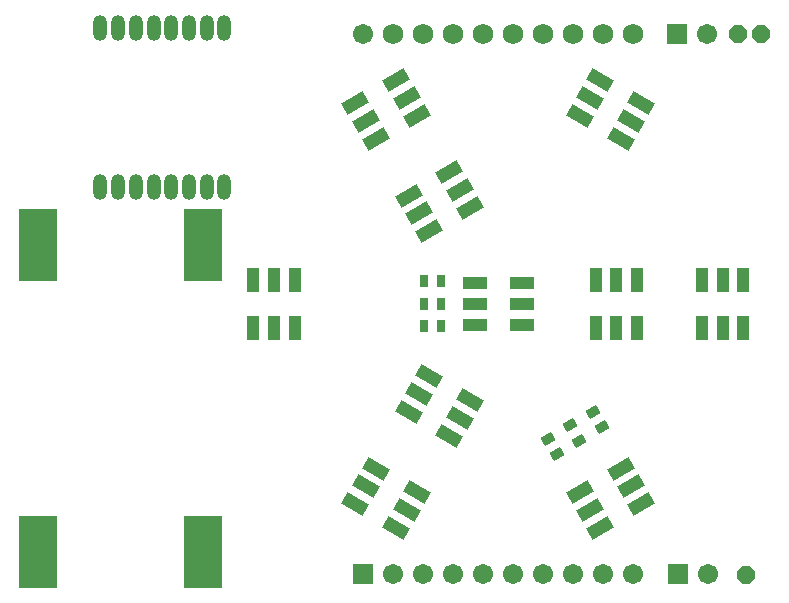
<source format=gts>
G04 Layer_Color=8388736*
%FSLAX25Y25*%
%MOIN*%
G70*
G01*
G75*
%ADD30R,0.12611X0.24422*%
%ADD31O,0.04737X0.08674*%
G04:AMPARAMS|DCode=32|XSize=82.68mil|YSize=43.31mil|CornerRadius=0mil|HoleSize=0mil|Usage=FLASHONLY|Rotation=30.000|XOffset=0mil|YOffset=0mil|HoleType=Round|Shape=Rectangle|*
%AMROTATEDRECTD32*
4,1,4,-0.02497,-0.03942,-0.04663,-0.00192,0.02497,0.03942,0.04663,0.00192,-0.02497,-0.03942,0.0*
%
%ADD32ROTATEDRECTD32*%

G04:AMPARAMS|DCode=33|XSize=82.68mil|YSize=43.31mil|CornerRadius=0mil|HoleSize=0mil|Usage=FLASHONLY|Rotation=330.000|XOffset=0mil|YOffset=0mil|HoleType=Round|Shape=Rectangle|*
%AMROTATEDRECTD33*
4,1,4,-0.04663,0.00192,-0.02497,0.03942,0.04663,-0.00192,0.02497,-0.03942,-0.04663,0.00192,0.0*
%
%ADD33ROTATEDRECTD33*%

%ADD34R,0.04331X0.08268*%
G04:AMPARAMS|DCode=35|XSize=41.47mil|YSize=31.62mil|CornerRadius=0mil|HoleSize=0mil|Usage=FLASHONLY|Rotation=210.000|XOffset=0mil|YOffset=0mil|HoleType=Round|Shape=Rectangle|*
%AMROTATEDRECTD35*
4,1,4,0.01005,0.02406,0.02586,-0.00333,-0.01005,-0.02406,-0.02586,0.00333,0.01005,0.02406,0.0*
%
%ADD35ROTATEDRECTD35*%

%ADD36R,0.03162X0.04147*%
%ADD37R,0.08268X0.04331*%
%ADD38C,0.06706*%
%ADD39R,0.06706X0.06706*%
%ADD40C,0.06800*%
%ADD41P,0.06278X8X22.5*%
D30*
X-153559Y-82705D02*
D03*
X-98441D02*
D03*
Y19658D02*
D03*
X-153559D02*
D03*
D31*
X-132669Y92076D02*
D03*
X-126764D02*
D03*
X-120858D02*
D03*
X-114953D02*
D03*
X-109047D02*
D03*
X-103142D02*
D03*
X-97236D02*
D03*
X-91331D02*
D03*
Y38876D02*
D03*
X-97236D02*
D03*
X-103142D02*
D03*
X-109047D02*
D03*
X-114953D02*
D03*
X-120858D02*
D03*
X-126764D02*
D03*
X-132669D02*
D03*
D32*
X-16311Y43999D02*
D03*
X-12866Y38032D02*
D03*
X-9421Y32066D02*
D03*
X-23059Y24192D02*
D03*
X-26504Y30158D02*
D03*
X-29949Y36125D02*
D03*
X34027Y-74685D02*
D03*
X30582Y-68718D02*
D03*
X27138Y-62752D02*
D03*
X40776Y-54878D02*
D03*
X44221Y-60844D02*
D03*
X47666Y-66811D02*
D03*
X-47666Y66811D02*
D03*
X-44221Y60844D02*
D03*
X-40776Y54878D02*
D03*
X-27138Y62752D02*
D03*
X-30582Y68718D02*
D03*
X-34027Y74685D02*
D03*
D33*
X47666Y66811D02*
D03*
X44221Y60844D02*
D03*
X40776Y54878D02*
D03*
X27138Y62752D02*
D03*
X30582Y68718D02*
D03*
X34027Y74685D02*
D03*
X-27138Y-62752D02*
D03*
X-30582Y-68718D02*
D03*
X-34027Y-74685D02*
D03*
X-47666Y-66811D02*
D03*
X-44221Y-60844D02*
D03*
X-40776Y-54878D02*
D03*
X-29949Y-36125D02*
D03*
X-26504Y-30158D02*
D03*
X-23059Y-24192D02*
D03*
X-9421Y-32066D02*
D03*
X-12866Y-38032D02*
D03*
X-16311Y-43999D02*
D03*
D34*
X-81693Y-7874D02*
D03*
X-74803D02*
D03*
X-67913D02*
D03*
Y7874D02*
D03*
X-74803D02*
D03*
X-81693D02*
D03*
X81693Y-7874D02*
D03*
X74803D02*
D03*
X67913D02*
D03*
Y7874D02*
D03*
X74803D02*
D03*
X81693D02*
D03*
X46260Y-7874D02*
D03*
X39370D02*
D03*
X32480D02*
D03*
Y7874D02*
D03*
X39370D02*
D03*
X46260D02*
D03*
D35*
X34476Y-41057D02*
D03*
X31524Y-35943D02*
D03*
X26976Y-45557D02*
D03*
X24024Y-40443D02*
D03*
X19476Y-50057D02*
D03*
X16524Y-44943D02*
D03*
D36*
X-19047Y7500D02*
D03*
X-24953D02*
D03*
X-19047Y0D02*
D03*
X-24953D02*
D03*
X-19047Y-7500D02*
D03*
X-24953D02*
D03*
D37*
X-7874Y-6890D02*
D03*
Y0D02*
D03*
Y6890D02*
D03*
X7874D02*
D03*
Y0D02*
D03*
Y-6890D02*
D03*
D38*
X70000Y-90000D02*
D03*
X-25000Y-90124D02*
D03*
X45000D02*
D03*
X35000D02*
D03*
X25000D02*
D03*
X15000D02*
D03*
X5000D02*
D03*
X-5000D02*
D03*
X-15000D02*
D03*
X-35000D02*
D03*
X-45000Y90079D02*
D03*
X69500Y90000D02*
D03*
D39*
X60000Y-90000D02*
D03*
X-45000Y-90124D02*
D03*
X59500Y90000D02*
D03*
D40*
X-34963Y90126D02*
D03*
X-24974D02*
D03*
X-14984D02*
D03*
X-4995D02*
D03*
X4995D02*
D03*
X14984D02*
D03*
X24974D02*
D03*
X34963D02*
D03*
X44953D02*
D03*
D41*
X87500Y90000D02*
D03*
X80000D02*
D03*
X82500Y-90500D02*
D03*
M02*

</source>
